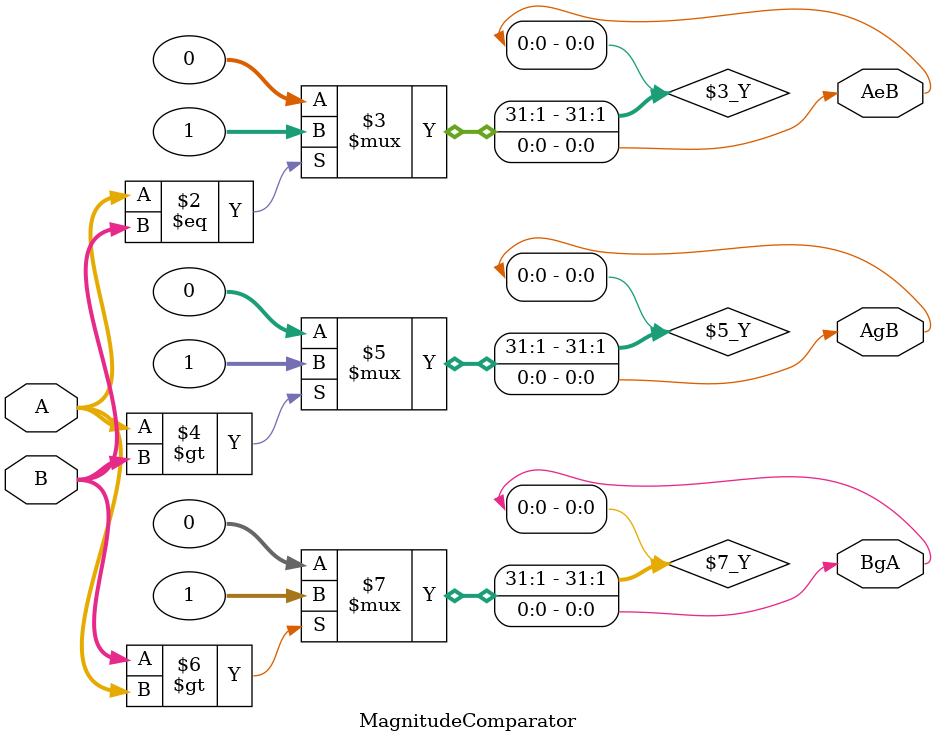
<source format=sv>

module MagnitudeComparator (output logic AgB, BgA, AeB,
                            input logic [2:0] A, B);
  
  always_comb
    begin
    AeB = (A == B) ? 1:0;
    AgB = (A > B) ? 1:0;
    BgA = (B > A) ? 1:0;
    end

endmodule    
</source>
